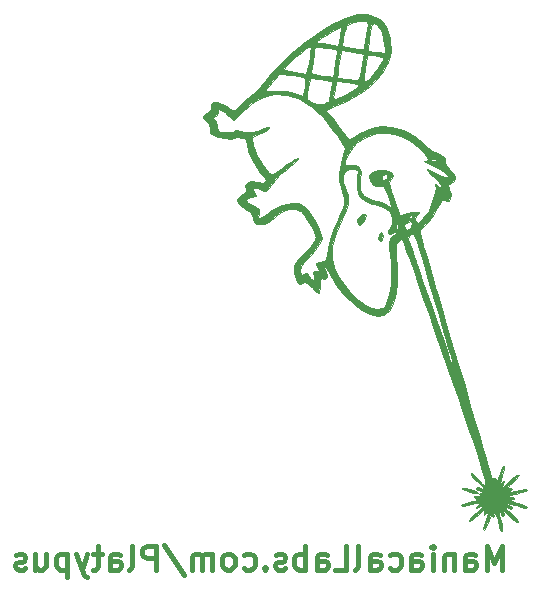
<source format=gbr>
G04 #@! TF.GenerationSoftware,KiCad,Pcbnew,5.1.2-1.fc30*
G04 #@! TF.CreationDate,2019-09-11T07:26:08-04:00*
G04 #@! TF.ProjectId,Platypus,506c6174-7970-4757-932e-6b696361645f,rev?*
G04 #@! TF.SameCoordinates,Original*
G04 #@! TF.FileFunction,Legend,Bot*
G04 #@! TF.FilePolarity,Positive*
%FSLAX46Y46*%
G04 Gerber Fmt 4.6, Leading zero omitted, Abs format (unit mm)*
G04 Created by KiCad (PCBNEW 5.1.2-1.fc30) date 2019-09-11 07:26:08*
%MOMM*%
%LPD*%
G04 APERTURE LIST*
%ADD10C,0.400000*%
%ADD11C,0.010000*%
G04 APERTURE END LIST*
D10*
X202943428Y-76596761D02*
X202943428Y-74596761D01*
X202276761Y-76025333D01*
X201610095Y-74596761D01*
X201610095Y-76596761D01*
X199800571Y-76596761D02*
X199800571Y-75549142D01*
X199895809Y-75358666D01*
X200086285Y-75263428D01*
X200467238Y-75263428D01*
X200657714Y-75358666D01*
X199800571Y-76501523D02*
X199991047Y-76596761D01*
X200467238Y-76596761D01*
X200657714Y-76501523D01*
X200752952Y-76311047D01*
X200752952Y-76120571D01*
X200657714Y-75930095D01*
X200467238Y-75834857D01*
X199991047Y-75834857D01*
X199800571Y-75739619D01*
X198848190Y-75263428D02*
X198848190Y-76596761D01*
X198848190Y-75453904D02*
X198752952Y-75358666D01*
X198562476Y-75263428D01*
X198276761Y-75263428D01*
X198086285Y-75358666D01*
X197991047Y-75549142D01*
X197991047Y-76596761D01*
X197038666Y-76596761D02*
X197038666Y-75263428D01*
X197038666Y-74596761D02*
X197133904Y-74692000D01*
X197038666Y-74787238D01*
X196943428Y-74692000D01*
X197038666Y-74596761D01*
X197038666Y-74787238D01*
X195229142Y-76596761D02*
X195229142Y-75549142D01*
X195324380Y-75358666D01*
X195514857Y-75263428D01*
X195895809Y-75263428D01*
X196086285Y-75358666D01*
X195229142Y-76501523D02*
X195419619Y-76596761D01*
X195895809Y-76596761D01*
X196086285Y-76501523D01*
X196181523Y-76311047D01*
X196181523Y-76120571D01*
X196086285Y-75930095D01*
X195895809Y-75834857D01*
X195419619Y-75834857D01*
X195229142Y-75739619D01*
X193419619Y-76501523D02*
X193610095Y-76596761D01*
X193991047Y-76596761D01*
X194181523Y-76501523D01*
X194276761Y-76406285D01*
X194372000Y-76215809D01*
X194372000Y-75644380D01*
X194276761Y-75453904D01*
X194181523Y-75358666D01*
X193991047Y-75263428D01*
X193610095Y-75263428D01*
X193419619Y-75358666D01*
X191705333Y-76596761D02*
X191705333Y-75549142D01*
X191800571Y-75358666D01*
X191991047Y-75263428D01*
X192372000Y-75263428D01*
X192562476Y-75358666D01*
X191705333Y-76501523D02*
X191895809Y-76596761D01*
X192372000Y-76596761D01*
X192562476Y-76501523D01*
X192657714Y-76311047D01*
X192657714Y-76120571D01*
X192562476Y-75930095D01*
X192372000Y-75834857D01*
X191895809Y-75834857D01*
X191705333Y-75739619D01*
X190467238Y-76596761D02*
X190657714Y-76501523D01*
X190752952Y-76311047D01*
X190752952Y-74596761D01*
X188752952Y-76596761D02*
X189705333Y-76596761D01*
X189705333Y-74596761D01*
X187229142Y-76596761D02*
X187229142Y-75549142D01*
X187324380Y-75358666D01*
X187514857Y-75263428D01*
X187895809Y-75263428D01*
X188086285Y-75358666D01*
X187229142Y-76501523D02*
X187419619Y-76596761D01*
X187895809Y-76596761D01*
X188086285Y-76501523D01*
X188181523Y-76311047D01*
X188181523Y-76120571D01*
X188086285Y-75930095D01*
X187895809Y-75834857D01*
X187419619Y-75834857D01*
X187229142Y-75739619D01*
X186276761Y-76596761D02*
X186276761Y-74596761D01*
X186276761Y-75358666D02*
X186086285Y-75263428D01*
X185705333Y-75263428D01*
X185514857Y-75358666D01*
X185419619Y-75453904D01*
X185324380Y-75644380D01*
X185324380Y-76215809D01*
X185419619Y-76406285D01*
X185514857Y-76501523D01*
X185705333Y-76596761D01*
X186086285Y-76596761D01*
X186276761Y-76501523D01*
X184562476Y-76501523D02*
X184372000Y-76596761D01*
X183991047Y-76596761D01*
X183800571Y-76501523D01*
X183705333Y-76311047D01*
X183705333Y-76215809D01*
X183800571Y-76025333D01*
X183991047Y-75930095D01*
X184276761Y-75930095D01*
X184467238Y-75834857D01*
X184562476Y-75644380D01*
X184562476Y-75549142D01*
X184467238Y-75358666D01*
X184276761Y-75263428D01*
X183991047Y-75263428D01*
X183800571Y-75358666D01*
X182848190Y-76406285D02*
X182752952Y-76501523D01*
X182848190Y-76596761D01*
X182943428Y-76501523D01*
X182848190Y-76406285D01*
X182848190Y-76596761D01*
X181038666Y-76501523D02*
X181229142Y-76596761D01*
X181610095Y-76596761D01*
X181800571Y-76501523D01*
X181895809Y-76406285D01*
X181991047Y-76215809D01*
X181991047Y-75644380D01*
X181895809Y-75453904D01*
X181800571Y-75358666D01*
X181610095Y-75263428D01*
X181229142Y-75263428D01*
X181038666Y-75358666D01*
X179895809Y-76596761D02*
X180086285Y-76501523D01*
X180181523Y-76406285D01*
X180276761Y-76215809D01*
X180276761Y-75644380D01*
X180181523Y-75453904D01*
X180086285Y-75358666D01*
X179895809Y-75263428D01*
X179610095Y-75263428D01*
X179419619Y-75358666D01*
X179324380Y-75453904D01*
X179229142Y-75644380D01*
X179229142Y-76215809D01*
X179324380Y-76406285D01*
X179419619Y-76501523D01*
X179610095Y-76596761D01*
X179895809Y-76596761D01*
X178372000Y-76596761D02*
X178372000Y-75263428D01*
X178372000Y-75453904D02*
X178276761Y-75358666D01*
X178086285Y-75263428D01*
X177800571Y-75263428D01*
X177610095Y-75358666D01*
X177514857Y-75549142D01*
X177514857Y-76596761D01*
X177514857Y-75549142D02*
X177419619Y-75358666D01*
X177229142Y-75263428D01*
X176943428Y-75263428D01*
X176752952Y-75358666D01*
X176657714Y-75549142D01*
X176657714Y-76596761D01*
X174276761Y-74501523D02*
X175991047Y-77072952D01*
X173610095Y-76596761D02*
X173610095Y-74596761D01*
X172848190Y-74596761D01*
X172657714Y-74692000D01*
X172562476Y-74787238D01*
X172467238Y-74977714D01*
X172467238Y-75263428D01*
X172562476Y-75453904D01*
X172657714Y-75549142D01*
X172848190Y-75644380D01*
X173610095Y-75644380D01*
X171324380Y-76596761D02*
X171514857Y-76501523D01*
X171610095Y-76311047D01*
X171610095Y-74596761D01*
X169705333Y-76596761D02*
X169705333Y-75549142D01*
X169800571Y-75358666D01*
X169991047Y-75263428D01*
X170372000Y-75263428D01*
X170562476Y-75358666D01*
X169705333Y-76501523D02*
X169895809Y-76596761D01*
X170372000Y-76596761D01*
X170562476Y-76501523D01*
X170657714Y-76311047D01*
X170657714Y-76120571D01*
X170562476Y-75930095D01*
X170372000Y-75834857D01*
X169895809Y-75834857D01*
X169705333Y-75739619D01*
X169038666Y-75263428D02*
X168276761Y-75263428D01*
X168752952Y-74596761D02*
X168752952Y-76311047D01*
X168657714Y-76501523D01*
X168467238Y-76596761D01*
X168276761Y-76596761D01*
X167800571Y-75263428D02*
X167324380Y-76596761D01*
X166848190Y-75263428D02*
X167324380Y-76596761D01*
X167514857Y-77072952D01*
X167610095Y-77168190D01*
X167800571Y-77263428D01*
X166086285Y-75263428D02*
X166086285Y-77263428D01*
X166086285Y-75358666D02*
X165895809Y-75263428D01*
X165514857Y-75263428D01*
X165324380Y-75358666D01*
X165229142Y-75453904D01*
X165133904Y-75644380D01*
X165133904Y-76215809D01*
X165229142Y-76406285D01*
X165324380Y-76501523D01*
X165514857Y-76596761D01*
X165895809Y-76596761D01*
X166086285Y-76501523D01*
X163419619Y-75263428D02*
X163419619Y-76596761D01*
X164276761Y-75263428D02*
X164276761Y-76311047D01*
X164181523Y-76501523D01*
X163991047Y-76596761D01*
X163705333Y-76596761D01*
X163514857Y-76501523D01*
X163419619Y-76406285D01*
X162562476Y-76501523D02*
X162372000Y-76596761D01*
X161991047Y-76596761D01*
X161800571Y-76501523D01*
X161705333Y-76311047D01*
X161705333Y-76215809D01*
X161800571Y-76025333D01*
X161991047Y-75930095D01*
X162276761Y-75930095D01*
X162467238Y-75834857D01*
X162562476Y-75644380D01*
X162562476Y-75549142D01*
X162467238Y-75358666D01*
X162276761Y-75263428D01*
X161991047Y-75263428D01*
X161800571Y-75358666D01*
D11*
G36*
X192695694Y-48037320D02*
G01*
X192563658Y-48119618D01*
X192472284Y-48354929D01*
X192461313Y-48614045D01*
X192491522Y-48701147D01*
X192648342Y-48814365D01*
X192706622Y-48801420D01*
X192792283Y-48628775D01*
X192809137Y-48347807D01*
X192759276Y-48104793D01*
X192695694Y-48037320D01*
X192695694Y-48037320D01*
G37*
X192695694Y-48037320D02*
X192563658Y-48119618D01*
X192472284Y-48354929D01*
X192461313Y-48614045D01*
X192491522Y-48701147D01*
X192648342Y-48814365D01*
X192706622Y-48801420D01*
X192792283Y-48628775D01*
X192809137Y-48347807D01*
X192759276Y-48104793D01*
X192695694Y-48037320D01*
G36*
X191320201Y-46491768D02*
G01*
X191191689Y-46498273D01*
X190921803Y-46641774D01*
X190765936Y-46819180D01*
X190673302Y-47101072D01*
X190723652Y-47322467D01*
X190883642Y-47393355D01*
X190966918Y-47361722D01*
X191136227Y-47167302D01*
X191289321Y-46861805D01*
X191374806Y-46584585D01*
X191320201Y-46491768D01*
X191320201Y-46491768D01*
G37*
X191320201Y-46491768D02*
X191191689Y-46498273D01*
X190921803Y-46641774D01*
X190765936Y-46819180D01*
X190673302Y-47101072D01*
X190723652Y-47322467D01*
X190883642Y-47393355D01*
X190966918Y-47361722D01*
X191136227Y-47167302D01*
X191289321Y-46861805D01*
X191374806Y-46584585D01*
X191320201Y-46491768D01*
G36*
X200778848Y-69986253D02*
G01*
X200477443Y-69850507D01*
X200211497Y-69767796D01*
X199732894Y-69662365D01*
X199514226Y-69660062D01*
X199560050Y-69743886D01*
X199874918Y-69896841D01*
X200149517Y-69999109D01*
X200544302Y-70109617D01*
X200812587Y-70134290D01*
X200880400Y-70098582D01*
X200778848Y-69986253D01*
X200778848Y-69986253D01*
G37*
X200778848Y-69986253D02*
X200477443Y-69850507D01*
X200211497Y-69767796D01*
X199732894Y-69662365D01*
X199514226Y-69660062D01*
X199560050Y-69743886D01*
X199874918Y-69896841D01*
X200149517Y-69999109D01*
X200544302Y-70109617D01*
X200812587Y-70134290D01*
X200880400Y-70098582D01*
X200778848Y-69986253D01*
G36*
X192567153Y-30005678D02*
G01*
X191897862Y-29684354D01*
X191855852Y-29672716D01*
X191300155Y-29572445D01*
X190739445Y-29585220D01*
X190127654Y-29724407D01*
X189418719Y-30003366D01*
X188566575Y-30435461D01*
X187875101Y-30827493D01*
X186218786Y-31905892D01*
X184767780Y-33100515D01*
X183450386Y-34473572D01*
X182897812Y-35146175D01*
X182491664Y-35636473D01*
X182105819Y-36057441D01*
X181799965Y-36345737D01*
X181698916Y-36418498D01*
X181384287Y-36648369D01*
X181005800Y-36988884D01*
X180841490Y-37156180D01*
X180501719Y-37513633D01*
X180282163Y-37690093D01*
X180105019Y-37705657D01*
X179892485Y-37580424D01*
X179716548Y-37446776D01*
X179223890Y-37137101D01*
X178788945Y-36981075D01*
X178456621Y-36979557D01*
X178271829Y-37133406D01*
X178272412Y-37419144D01*
X178261695Y-37656947D01*
X178045918Y-37870249D01*
X177910446Y-37954007D01*
X177614445Y-38160983D01*
X177569097Y-38339808D01*
X177774519Y-38557024D01*
X177911666Y-38658708D01*
X178140082Y-38896406D01*
X178196426Y-39227797D01*
X178193324Y-39306170D01*
X178193682Y-39557084D01*
X178273683Y-39712934D01*
X178497719Y-39834180D01*
X178902987Y-39972497D01*
X179461704Y-40093724D01*
X179978860Y-40106845D01*
X180135612Y-40080028D01*
X180568827Y-40010581D01*
X180944634Y-40017630D01*
X180964698Y-40021549D01*
X181187607Y-40095052D01*
X181286563Y-40250210D01*
X181323734Y-40586292D01*
X181324285Y-40595725D01*
X181438851Y-41130808D01*
X181698325Y-41773565D01*
X182054513Y-42425855D01*
X182459217Y-42989534D01*
X182550355Y-43092315D01*
X182848230Y-43475027D01*
X182900556Y-43718666D01*
X182707044Y-43823797D01*
X182267406Y-43790980D01*
X182197371Y-43777656D01*
X181641444Y-43727790D01*
X181297830Y-43836518D01*
X181179011Y-44097517D01*
X181206730Y-44279422D01*
X181207148Y-44608526D01*
X181024168Y-44792176D01*
X180643644Y-45072540D01*
X180522544Y-45343703D01*
X180664635Y-45632353D01*
X181073689Y-45965174D01*
X181201539Y-46048017D01*
X181553245Y-46304675D01*
X181731966Y-46561898D01*
X181807367Y-46838829D01*
X181899917Y-47167149D01*
X182067257Y-47314934D01*
X182281534Y-47365792D01*
X182746118Y-47316693D01*
X183281979Y-47064778D01*
X183812825Y-46647795D01*
X183891116Y-46569402D01*
X184344477Y-46247817D01*
X184883130Y-46078284D01*
X185412963Y-46075053D01*
X185839862Y-46252378D01*
X185862272Y-46270896D01*
X186126183Y-46564649D01*
X186439306Y-47005063D01*
X186747039Y-47503057D01*
X186994786Y-47969545D01*
X187127947Y-48315446D01*
X187133763Y-48345437D01*
X187061583Y-48710362D01*
X186763257Y-49182553D01*
X186259434Y-49732367D01*
X186002538Y-49969560D01*
X185536474Y-50460349D01*
X185315494Y-50928158D01*
X185319837Y-51447512D01*
X185475307Y-51958039D01*
X185623062Y-52305049D01*
X185743779Y-52435884D01*
X185903550Y-52400783D01*
X185993078Y-52351603D01*
X186200064Y-52277490D01*
X186407213Y-52346153D01*
X186691963Y-52591023D01*
X186800489Y-52700150D01*
X187104319Y-52984884D01*
X187330343Y-53149783D01*
X187401537Y-53167841D01*
X187455805Y-53006770D01*
X187471001Y-52777339D01*
X187007969Y-51975345D01*
X186894346Y-52039700D01*
X186701562Y-51896460D01*
X186565263Y-51701009D01*
X186395541Y-51474963D01*
X186240913Y-51485752D01*
X186156854Y-51558071D01*
X185985958Y-51694233D01*
X185894318Y-51634563D01*
X185842125Y-51340181D01*
X185832063Y-51240904D01*
X185882732Y-50903257D01*
X186138765Y-50581778D01*
X186251128Y-50485077D01*
X186700823Y-50056622D01*
X187123811Y-49550265D01*
X187457837Y-49049539D01*
X187640641Y-48637973D01*
X187646563Y-48612829D01*
X187619773Y-48254660D01*
X187451977Y-47752982D01*
X187180810Y-47182774D01*
X186843907Y-46619013D01*
X186478904Y-46136679D01*
X186320438Y-45970841D01*
X185972807Y-45688110D01*
X185634524Y-45565533D01*
X185168869Y-45556159D01*
X185121109Y-45558949D01*
X184697139Y-45603192D01*
X184332266Y-45699282D01*
X183951967Y-45880776D01*
X183481721Y-46181235D01*
X183032597Y-46499474D01*
X182593976Y-46781859D01*
X182341168Y-46857352D01*
X182267866Y-46725798D01*
X182330166Y-46482274D01*
X182385353Y-46253951D01*
X182313165Y-46083537D01*
X182065015Y-45910564D01*
X181737110Y-45744189D01*
X181346103Y-45499620D01*
X181211848Y-45284453D01*
X181336816Y-45123168D01*
X181666498Y-45044922D01*
X182019651Y-44998170D01*
X182132108Y-44928209D01*
X182045135Y-44799615D01*
X182000986Y-44757768D01*
X181840023Y-44492581D01*
X181819267Y-44360126D01*
X181886441Y-44229382D01*
X182110780Y-44256378D01*
X182266691Y-44313659D01*
X182598543Y-44460141D01*
X182804269Y-44575626D01*
X182809865Y-44580268D01*
X182938112Y-44524584D01*
X183161633Y-44286311D01*
X183360966Y-44018207D01*
X183686253Y-43621664D01*
X184157912Y-43142711D01*
X184693159Y-42663668D01*
X184861928Y-42525726D01*
X185366956Y-42107939D01*
X185640825Y-41842722D01*
X185687264Y-41726196D01*
X185635738Y-41721138D01*
X185397011Y-41821454D01*
X185014245Y-42056307D01*
X184560459Y-42379861D01*
X184446170Y-42467907D01*
X183918975Y-42856182D01*
X183542007Y-43081478D01*
X183353557Y-43130643D01*
X183191283Y-42995959D01*
X182930955Y-42685297D01*
X182624640Y-42261661D01*
X182577483Y-42191573D01*
X182201433Y-41574302D01*
X181978819Y-41060439D01*
X181877860Y-40635291D01*
X181771162Y-39969003D01*
X182539068Y-39626579D01*
X183003321Y-39396850D01*
X183216109Y-39230439D01*
X183226367Y-39144540D01*
X183064264Y-39110474D01*
X182777522Y-39214754D01*
X182747042Y-39231546D01*
X182250613Y-39420710D01*
X181657366Y-39518090D01*
X181091167Y-39512049D01*
X180731976Y-39420845D01*
X180452499Y-39351922D01*
X180303274Y-39412971D01*
X180107403Y-39527958D01*
X179747980Y-39584573D01*
X179339278Y-39574077D01*
X179047015Y-39509073D01*
X178848411Y-39379009D01*
X178796904Y-39126241D01*
X178800582Y-39020134D01*
X178738983Y-38644445D01*
X178587494Y-38490582D01*
X178455493Y-38363879D01*
X178564932Y-38231596D01*
X178663979Y-38170720D01*
X178878046Y-37963543D01*
X178869733Y-37807516D01*
X178803753Y-37605682D01*
X178916121Y-37573922D01*
X179168921Y-37700983D01*
X179524241Y-37975608D01*
X179568691Y-38015001D01*
X179897238Y-38304953D01*
X180131648Y-38502667D01*
X180204111Y-38555728D01*
X180319739Y-38470461D01*
X180571808Y-38227146D01*
X180907422Y-37877025D01*
X180932475Y-37850059D01*
X181714474Y-37118723D01*
X182485488Y-36639377D01*
X183290544Y-36387401D01*
X183693324Y-36340525D01*
X184750858Y-36415367D01*
X185783823Y-36770436D01*
X186448503Y-37189151D01*
X186052385Y-36503055D01*
X185295023Y-36247517D01*
X184687767Y-36106542D01*
X184019671Y-36042945D01*
X183743746Y-36047807D01*
X183304438Y-36067726D01*
X182997814Y-36060948D01*
X182906235Y-36039089D01*
X182967096Y-35907033D01*
X183168959Y-35626303D01*
X183437286Y-35294806D01*
X184011933Y-34615068D01*
X185177813Y-34760831D01*
X185751751Y-34830170D01*
X186097246Y-34903142D01*
X186257843Y-35040744D01*
X186277088Y-35303972D01*
X186198528Y-35753820D01*
X186130793Y-36095680D01*
X186052385Y-36503055D01*
X186448503Y-37189151D01*
X186790624Y-37404671D01*
X187769665Y-38317015D01*
X188719351Y-39506408D01*
X188933145Y-39818574D01*
X189639102Y-40877459D01*
X189388925Y-41863481D01*
X189213552Y-42625820D01*
X189133933Y-43212360D01*
X189149900Y-43712722D01*
X189261284Y-44216529D01*
X189383806Y-44585616D01*
X189494267Y-44894252D01*
X189563702Y-45143024D01*
X189581094Y-45379974D01*
X189535426Y-45653148D01*
X189415682Y-46010595D01*
X189210844Y-46500357D01*
X188909896Y-47170480D01*
X188670237Y-47697546D01*
X188427683Y-48338508D01*
X188251781Y-49007284D01*
X188184740Y-49485053D01*
X188138846Y-49994443D01*
X188033968Y-50292377D01*
X187820840Y-50449457D01*
X187451256Y-50536110D01*
X187199997Y-50599005D01*
X187162301Y-50727549D01*
X187293008Y-50985946D01*
X187417868Y-51246366D01*
X187370039Y-51325645D01*
X187285725Y-51311999D01*
X187015473Y-51289290D01*
X186936861Y-51446438D01*
X186986720Y-51703118D01*
X187007969Y-51975345D01*
X187471001Y-52777339D01*
X187478055Y-52670824D01*
X187476604Y-52554207D01*
X187479647Y-52151052D01*
X187545558Y-51968865D01*
X187712118Y-51947509D01*
X187839291Y-51976829D01*
X188039725Y-51936273D01*
X188094705Y-51712519D01*
X187994994Y-51369542D01*
X187941758Y-51267268D01*
X187859184Y-51028614D01*
X187890768Y-50930089D01*
X187999765Y-51015462D01*
X188185478Y-51297807D01*
X188408494Y-51716878D01*
X188417300Y-51734947D01*
X188867235Y-52480607D01*
X189479889Y-53250770D01*
X190177073Y-53960625D01*
X190880596Y-54525361D01*
X191139842Y-54687982D01*
X191768639Y-54964381D01*
X192372382Y-55086069D01*
X192871328Y-55040643D01*
X193012855Y-54979318D01*
X193087943Y-54906913D01*
X192818301Y-54439879D01*
X192369724Y-54545415D01*
X191833976Y-54430336D01*
X191245408Y-54128750D01*
X190638368Y-53674760D01*
X190047207Y-53102472D01*
X189506275Y-52445992D01*
X189049923Y-51739427D01*
X188712500Y-51016879D01*
X188528356Y-50312456D01*
X188511892Y-50164130D01*
X188559337Y-49218405D01*
X188843440Y-48128894D01*
X189365119Y-46892121D01*
X189385882Y-46849798D01*
X189694959Y-46184232D01*
X189867312Y-45681998D01*
X189913100Y-45265443D01*
X189842487Y-44856915D01*
X189698820Y-44458667D01*
X189472125Y-43742470D01*
X189439973Y-43193280D01*
X189597522Y-42825333D01*
X189939931Y-42652866D01*
X190310621Y-42659641D01*
X190713033Y-42723369D01*
X190604866Y-43561357D01*
X190611963Y-44336667D01*
X190845601Y-44953648D01*
X191295329Y-45397434D01*
X191950698Y-45653160D01*
X192093327Y-45678621D01*
X192807303Y-45889999D01*
X193331479Y-46268998D01*
X193503908Y-46503539D01*
X193637198Y-46924348D01*
X193612962Y-47360805D01*
X193445215Y-47700089D01*
X193345243Y-47780947D01*
X193239704Y-47972309D01*
X193267768Y-48070089D01*
X193455840Y-48160553D01*
X193618013Y-48112287D01*
X193848050Y-48052252D01*
X193937735Y-48101617D01*
X193888046Y-48232386D01*
X193750314Y-48289780D01*
X193513847Y-48477791D01*
X193386732Y-48886382D01*
X193378272Y-49472239D01*
X193421722Y-49819794D01*
X193523093Y-50710372D01*
X193544866Y-51613088D01*
X193493856Y-52475745D01*
X193376881Y-53246149D01*
X193200757Y-53872108D01*
X192972301Y-54301425D01*
X192818301Y-54439879D01*
X193087943Y-54906913D01*
X193408249Y-54598053D01*
X193717696Y-53981822D01*
X193934624Y-53166490D01*
X194052463Y-52187920D01*
X194064642Y-51081977D01*
X193964593Y-49884525D01*
X193956946Y-49826046D01*
X193919082Y-49340307D01*
X193948340Y-49019539D01*
X194016979Y-48923214D01*
X194206395Y-48780042D01*
X194250381Y-48682230D01*
X194344251Y-48506809D01*
X194390926Y-48491613D01*
X194456053Y-48626809D01*
X194603110Y-49004293D01*
X194823452Y-49599057D01*
X195108440Y-50386095D01*
X195449426Y-51340402D01*
X195837771Y-52436968D01*
X196264831Y-53650791D01*
X196721964Y-54956859D01*
X197200525Y-56330171D01*
X197691871Y-57745717D01*
X198187363Y-59178490D01*
X198678353Y-60603486D01*
X199156201Y-61995697D01*
X199612263Y-63330116D01*
X200037898Y-64581737D01*
X200424460Y-65725555D01*
X200763309Y-66736560D01*
X201045800Y-67589749D01*
X201263291Y-68260113D01*
X201407139Y-68722645D01*
X201468701Y-68952341D01*
X201469654Y-68972504D01*
X201443444Y-69223145D01*
X201480587Y-69398988D01*
X201447122Y-69449330D01*
X201265767Y-69310148D01*
X200970580Y-69007657D01*
X200966581Y-69003249D01*
X200639427Y-68668268D01*
X200380349Y-68450291D01*
X200252828Y-68396953D01*
X200259308Y-68535449D01*
X200489270Y-68832413D01*
X200945198Y-69290946D01*
X201039305Y-69379533D01*
X201271847Y-69628614D01*
X201371251Y-69799209D01*
X201370490Y-69811631D01*
X201264312Y-69809981D01*
X201117309Y-69702476D01*
X200890844Y-69563471D01*
X200776414Y-69561131D01*
X200715010Y-69700574D01*
X200840888Y-69833843D01*
X200961038Y-69861891D01*
X201172147Y-69955857D01*
X201197405Y-69989068D01*
X201160364Y-70098795D01*
X201102149Y-70106302D01*
X201000314Y-70188867D01*
X201019696Y-70245712D01*
X201016152Y-70350317D01*
X200827544Y-70343047D01*
X200587810Y-70358233D01*
X200518315Y-70421844D01*
X200611306Y-70535515D01*
X200830950Y-70603747D01*
X201071926Y-70648591D01*
X201049695Y-70682823D01*
X200885184Y-70718286D01*
X200126905Y-70882930D01*
X199645493Y-71018110D01*
X199437260Y-71124960D01*
X199431480Y-71163729D01*
X199589897Y-71190112D01*
X199938830Y-71150406D01*
X200315973Y-71072937D01*
X200757944Y-70974027D01*
X200967789Y-70954906D01*
X200985437Y-71020312D01*
X200884468Y-71140379D01*
X200713414Y-71326502D01*
X200748209Y-71340703D01*
X200919359Y-71254711D01*
X201149109Y-71176643D01*
X201193986Y-71256106D01*
X201069412Y-71451808D01*
X200790808Y-71722453D01*
X200724372Y-71776835D01*
X200400436Y-72068513D01*
X200174411Y-72331469D01*
X200139859Y-72390677D01*
X200160767Y-72460349D01*
X200339289Y-72372885D01*
X200625955Y-72162891D01*
X200971291Y-71864971D01*
X201184478Y-71660011D01*
X201367732Y-71495942D01*
X201411275Y-71557073D01*
X201388338Y-71728670D01*
X201366898Y-71946531D01*
X201447864Y-71926369D01*
X201584348Y-71785948D01*
X201700882Y-71694765D01*
X201716383Y-71798756D01*
X201629215Y-72124730D01*
X201548579Y-72373468D01*
X201391983Y-72906399D01*
X201349929Y-73188893D01*
X201406006Y-73220518D01*
X201543808Y-73000838D01*
X201746927Y-72529421D01*
X201803053Y-72380188D01*
X201957982Y-71981412D01*
X202060624Y-71762756D01*
X202091683Y-71764343D01*
X202089079Y-71785375D01*
X202100398Y-72043130D01*
X202167976Y-72130781D01*
X202278648Y-72038009D01*
X202338023Y-71824991D01*
X202377643Y-71712721D01*
X202440971Y-71846052D01*
X202534503Y-72240520D01*
X202556437Y-72347322D01*
X202692339Y-72957376D01*
X202798683Y-73292132D01*
X202877875Y-73356700D01*
X202932318Y-73156188D01*
X202933322Y-73148309D01*
X202911263Y-72803283D01*
X202804486Y-72373177D01*
X202778894Y-72300556D01*
X202683930Y-71953576D01*
X202686470Y-71731625D01*
X202708400Y-71704519D01*
X202832503Y-71751975D01*
X202868430Y-71856538D01*
X202952831Y-72017892D01*
X203013792Y-72017025D01*
X203056760Y-71853875D01*
X203010110Y-71652534D01*
X203016949Y-71559153D01*
X203187493Y-71685780D01*
X203455854Y-71962635D01*
X203782050Y-72292955D01*
X204048726Y-72516757D01*
X204169807Y-72578432D01*
X204266110Y-72559085D01*
X204242939Y-72466745D01*
X204073765Y-72263198D01*
X203732055Y-71910235D01*
X203645269Y-71822960D01*
X203353308Y-71511803D01*
X203161763Y-71274927D01*
X203092447Y-71149101D01*
X203167172Y-71171090D01*
X203348476Y-71322692D01*
X203574941Y-71461698D01*
X203689371Y-71464038D01*
X203750774Y-71324594D01*
X203624896Y-71191325D01*
X203504747Y-71163278D01*
X203287960Y-71051164D01*
X203259599Y-71010050D01*
X203338912Y-70976248D01*
X203622630Y-71028302D01*
X204050192Y-71154904D01*
X204068829Y-71161156D01*
X204521841Y-71291978D01*
X204855125Y-71347112D01*
X204996474Y-71314663D01*
X204892874Y-71204305D01*
X204583892Y-71058903D01*
X204168758Y-70919871D01*
X203752026Y-70785551D01*
X203575385Y-70693674D01*
X203656488Y-70653461D01*
X203658434Y-70653362D01*
X203900345Y-70603182D01*
X203949418Y-70522360D01*
X203773430Y-70443995D01*
X203638642Y-70447807D01*
X203410164Y-70462936D01*
X203407576Y-70412078D01*
X203589466Y-70319780D01*
X203914415Y-70210589D01*
X204136229Y-70152903D01*
X204561713Y-70044930D01*
X204871682Y-69952101D01*
X204956823Y-69917569D01*
X205024991Y-69833030D01*
X204861625Y-69808386D01*
X204510854Y-69843037D01*
X204045748Y-69929994D01*
X203658549Y-69998679D01*
X203508460Y-69986368D01*
X203570187Y-69919413D01*
X203728631Y-69758045D01*
X203696979Y-69664635D01*
X203509820Y-69678695D01*
X203475345Y-69720742D01*
X203361973Y-69770722D01*
X203333657Y-69738054D01*
X203389910Y-69585335D01*
X203612263Y-69341011D01*
X203735090Y-69233912D01*
X204075746Y-68928883D01*
X204280014Y-68698598D01*
X204333865Y-68575728D01*
X204223264Y-68592943D01*
X203934180Y-68782911D01*
X203926239Y-68788879D01*
X203546583Y-69087883D01*
X203223627Y-69363676D01*
X203154765Y-69428203D01*
X202970880Y-69596300D01*
X202949204Y-69543271D01*
X203020409Y-69336603D01*
X203099253Y-69097300D01*
X203044596Y-69099819D01*
X202890074Y-69251967D01*
X202769994Y-69342237D01*
X202744022Y-69252422D01*
X202813581Y-68951190D01*
X202919821Y-68597934D01*
X203060245Y-68084131D01*
X203092728Y-67818542D01*
X203033939Y-67796165D01*
X202900552Y-68011994D01*
X202709240Y-68461026D01*
X202626905Y-68685855D01*
X202483734Y-69077803D01*
X202394739Y-69294222D01*
X202378398Y-69290365D01*
X202379535Y-69284910D01*
X202384968Y-69017470D01*
X202311460Y-68827483D01*
X202202742Y-68798570D01*
X202155770Y-68857018D01*
X202064290Y-68898008D01*
X202006931Y-68748891D01*
X201976781Y-68632659D01*
X201913979Y-68407697D01*
X201813748Y-68057707D01*
X201671312Y-67566386D01*
X201481895Y-66917435D01*
X201240717Y-66094555D01*
X200943004Y-65081446D01*
X200583979Y-63861805D01*
X200158863Y-62419336D01*
X199857694Y-61398236D01*
X198737155Y-59457405D01*
X198681219Y-59323255D01*
X198671390Y-59289122D01*
X198606049Y-59087476D01*
X198460460Y-58655659D01*
X198247084Y-58030063D01*
X197978384Y-57247075D01*
X197666821Y-56343085D01*
X197324856Y-55354483D01*
X197250441Y-55139804D01*
X196881404Y-54077088D01*
X196519117Y-53036622D01*
X196180556Y-52066949D01*
X195882696Y-51216610D01*
X195642513Y-50534153D01*
X195631314Y-50502624D01*
X194052707Y-47768396D01*
X193899532Y-47730914D01*
X193906522Y-47570770D01*
X193951265Y-47441699D01*
X194032199Y-47299362D01*
X194102735Y-47422730D01*
X194120700Y-47485034D01*
X194126094Y-47710322D01*
X194052707Y-47768396D01*
X195631314Y-50502624D01*
X195476982Y-50068119D01*
X195472612Y-50055943D01*
X195271482Y-49487552D01*
X195104208Y-48999639D01*
X194996564Y-48668032D01*
X194974862Y-48591703D01*
X195013671Y-48355587D01*
X195185653Y-48190567D01*
X195279756Y-48178218D01*
X195047438Y-47775831D01*
X194795115Y-47803484D01*
X194666215Y-47670048D01*
X194620193Y-47459162D01*
X194795749Y-47273193D01*
X194896021Y-47211487D01*
X195154980Y-47085904D01*
X195257452Y-47141696D01*
X195277244Y-47317271D01*
X195188683Y-47629457D01*
X195047438Y-47775831D01*
X195279756Y-48178218D01*
X195389548Y-48163809D01*
X195489912Y-48250066D01*
X195557065Y-48430761D01*
X195690870Y-48843544D01*
X195879329Y-49449463D01*
X196110446Y-50209564D01*
X196372225Y-51084894D01*
X196586992Y-51812399D01*
X196902600Y-52884227D01*
X197231371Y-53995089D01*
X197552445Y-55074905D01*
X197844963Y-56053595D01*
X198088067Y-56861081D01*
X198170917Y-57133953D01*
X198382984Y-57847758D01*
X198560512Y-58479466D01*
X198688539Y-58973174D01*
X198752104Y-59272980D01*
X198756360Y-59321534D01*
X198737155Y-59457405D01*
X199857694Y-61398236D01*
X199662882Y-60737736D01*
X199132750Y-58941284D01*
X198871733Y-58056507D01*
X198553431Y-56976859D01*
X198200203Y-55778221D01*
X197834409Y-54536475D01*
X197478408Y-53327501D01*
X197286329Y-52674967D01*
X196990640Y-51671323D01*
X196712782Y-50730142D01*
X196465184Y-49893383D01*
X196260278Y-49202998D01*
X196110494Y-48700942D01*
X196029855Y-48434302D01*
X195941762Y-48065982D01*
X195955382Y-48005887D01*
X195257505Y-46797128D01*
X195166953Y-46819428D01*
X194971735Y-46770962D01*
X195047952Y-46645610D01*
X195193319Y-46551019D01*
X195387899Y-46478598D01*
X195405871Y-46605852D01*
X195404691Y-46610315D01*
X195257505Y-46797128D01*
X195955382Y-48005887D01*
X195997065Y-47821976D01*
X196235450Y-47573448D01*
X196257523Y-47554885D01*
X196012591Y-47130652D01*
X195827441Y-47234621D01*
X195673720Y-47185766D01*
X195619496Y-47137224D01*
X195520447Y-46922693D01*
X195669046Y-46693589D01*
X195837473Y-46472458D01*
X195857678Y-46347055D01*
X195681845Y-46289676D01*
X195338467Y-46314346D01*
X194925658Y-46407855D01*
X194638775Y-46511154D01*
X194305182Y-46656432D01*
X193787372Y-45199885D01*
X193562297Y-44550870D01*
X193433873Y-44124459D01*
X193090021Y-43528890D01*
X192846858Y-43567399D01*
X192739777Y-43486693D01*
X192755469Y-43278585D01*
X192878355Y-43162273D01*
X193121519Y-43123764D01*
X193228601Y-43204470D01*
X193212908Y-43412578D01*
X193090021Y-43528890D01*
X193433873Y-44124459D01*
X193430016Y-44111652D01*
X193381843Y-43828680D01*
X193409094Y-43648402D01*
X193503086Y-43517267D01*
X193512935Y-43507579D01*
X193670507Y-43234647D01*
X193590068Y-42998758D01*
X193315678Y-42827825D01*
X192891402Y-42749760D01*
X192378722Y-42789094D01*
X191916537Y-42969537D01*
X191689078Y-43270994D01*
X191715021Y-43661174D01*
X191787113Y-43812188D01*
X192003700Y-44073628D01*
X192297103Y-44130557D01*
X192448940Y-44111837D01*
X192684042Y-44077524D01*
X192843507Y-44100931D01*
X192967206Y-44230654D01*
X193095012Y-44515286D01*
X193266797Y-45003422D01*
X193328361Y-45183636D01*
X193630889Y-46068089D01*
X193179003Y-45730631D01*
X192764644Y-45499366D01*
X192339188Y-45373365D01*
X192284693Y-45368175D01*
X191719128Y-45232241D01*
X191222322Y-44931916D01*
X190969903Y-44643216D01*
X190900864Y-44364440D01*
X190888410Y-43920207D01*
X190918251Y-43554709D01*
X190941856Y-42923756D01*
X190811878Y-42519688D01*
X190517530Y-42325959D01*
X190111067Y-42316710D01*
X189748212Y-42336997D01*
X189605274Y-42231715D01*
X189636683Y-41944391D01*
X189682042Y-41785023D01*
X190016195Y-41120650D01*
X190566922Y-40515433D01*
X191268638Y-40022636D01*
X192055757Y-39695522D01*
X192334439Y-39630913D01*
X193226340Y-39602396D01*
X194152852Y-39809358D01*
X195047938Y-40223611D01*
X195845557Y-40816974D01*
X196315231Y-41329902D01*
X196575087Y-41680024D01*
X196673571Y-41868579D01*
X196627234Y-41953068D01*
X196503316Y-41983386D01*
X196344120Y-42023131D01*
X196411529Y-42078930D01*
X196650261Y-42156838D01*
X197023351Y-42319474D01*
X197472216Y-42581961D01*
X197751507Y-42776209D01*
X197297041Y-41989051D01*
X197095273Y-42023694D01*
X196831119Y-41989899D01*
X196816879Y-41903245D01*
X197052640Y-41824963D01*
X197295135Y-41846988D01*
X197363416Y-41899516D01*
X197297041Y-41989051D01*
X197751507Y-42776209D01*
X197903024Y-42881589D01*
X198221944Y-43155647D01*
X198312870Y-43267994D01*
X198300605Y-43376998D01*
X198100540Y-43372998D01*
X197775222Y-43273284D01*
X197387198Y-43095143D01*
X197119684Y-42938190D01*
X196760409Y-42731581D01*
X196608711Y-42704704D01*
X196664555Y-42846120D01*
X196927901Y-43144397D01*
X197121025Y-43333325D01*
X197474977Y-43697061D01*
X197758696Y-44038264D01*
X197857115Y-44187209D01*
X197947063Y-44375933D01*
X197895238Y-44385608D01*
X197667649Y-44214340D01*
X197617381Y-44173839D01*
X197374199Y-43996377D01*
X197269597Y-43959358D01*
X197274685Y-43982137D01*
X197299339Y-44256883D01*
X197232050Y-44702896D01*
X197096385Y-45233945D01*
X196915916Y-45763798D01*
X196714210Y-46206222D01*
X196628789Y-46345284D01*
X196267073Y-46844120D01*
X196012591Y-47130652D01*
X196257523Y-47554885D01*
X196315836Y-47505842D01*
X196992331Y-46766799D01*
X197534590Y-45782551D01*
X197556890Y-45730030D01*
X197712916Y-45404152D01*
X197848979Y-45286761D01*
X198031130Y-45317436D01*
X198292742Y-45372292D01*
X198390274Y-45357021D01*
X198540130Y-45128387D01*
X198569474Y-44764665D01*
X198471950Y-44388874D01*
X198443146Y-44334105D01*
X198324542Y-44071153D01*
X198400459Y-43939423D01*
X198560363Y-43881190D01*
X198879537Y-43693888D01*
X198947329Y-43397759D01*
X198764464Y-43010832D01*
X198513704Y-42721351D01*
X198188882Y-42346762D01*
X198088087Y-42090456D01*
X198094185Y-42047412D01*
X198060993Y-41708022D01*
X197791398Y-41459763D01*
X197462446Y-41361344D01*
X197001237Y-41171175D01*
X196503020Y-40722119D01*
X195615541Y-39931717D01*
X194607777Y-39389242D01*
X193504382Y-39105640D01*
X192770860Y-39064825D01*
X192286682Y-39091684D01*
X191890840Y-39173992D01*
X191476667Y-39345437D01*
X190937498Y-39639702D01*
X190921707Y-39648801D01*
X189936557Y-40216900D01*
X189123778Y-39131499D01*
X188746882Y-38639812D01*
X188411249Y-38222784D01*
X188166563Y-37941219D01*
X188091741Y-37868507D01*
X187978687Y-37745207D01*
X188044562Y-37647094D01*
X188331352Y-37523753D01*
X188399785Y-37498584D01*
X188530848Y-37442543D01*
X188264889Y-36981888D01*
X188137639Y-37039920D01*
X187832265Y-37132600D01*
X187734300Y-37158744D01*
X187245718Y-37181760D01*
X186773278Y-37039057D01*
X186434692Y-36769551D01*
X186401237Y-36718021D01*
X186389094Y-36522880D01*
X186430254Y-36144449D01*
X186492818Y-35784883D01*
X186635339Y-35070820D01*
X186361105Y-34595833D01*
X185352732Y-34471071D01*
X184861177Y-34403105D01*
X184573594Y-34322221D01*
X184491678Y-34192849D01*
X184617130Y-33979417D01*
X184951649Y-33646352D01*
X185411831Y-33233574D01*
X185959707Y-32756194D01*
X186334464Y-32456454D01*
X186567037Y-32317025D01*
X186688363Y-32320586D01*
X186729379Y-32449812D01*
X186730703Y-32495012D01*
X186703716Y-32778529D01*
X186632461Y-33232492D01*
X186546398Y-33687711D01*
X186361105Y-34595833D01*
X186635339Y-35070820D01*
X186654636Y-34974132D01*
X187540553Y-35071644D01*
X188009415Y-35137013D01*
X188351859Y-35210578D01*
X188484338Y-35269391D01*
X188490087Y-35446842D01*
X188453709Y-35819354D01*
X188385740Y-36304722D01*
X188296714Y-36820739D01*
X188264889Y-36981888D01*
X188530848Y-37442543D01*
X189826464Y-36888555D01*
X189911511Y-36839035D01*
X189650614Y-36387149D01*
X189260336Y-36587195D01*
X188966663Y-36701832D01*
X188922770Y-36711250D01*
X188734863Y-36716527D01*
X188652148Y-36616518D01*
X188661863Y-36353851D01*
X188743927Y-35907101D01*
X188873544Y-35269091D01*
X188624099Y-34837040D01*
X188497275Y-34861350D01*
X188181721Y-34841891D01*
X187765219Y-34791376D01*
X187335550Y-34722519D01*
X186980495Y-34648036D01*
X186787836Y-34580637D01*
X186776711Y-34569470D01*
X186767528Y-34383871D01*
X186804306Y-34000257D01*
X186879175Y-33497649D01*
X186889233Y-33439434D01*
X186976648Y-32936452D01*
X187042061Y-32552698D01*
X187072730Y-32363044D01*
X187073470Y-32356893D01*
X187201850Y-32330495D01*
X187518339Y-32349933D01*
X187935058Y-32402037D01*
X188364128Y-32473640D01*
X188717677Y-32551569D01*
X188907822Y-32622656D01*
X188917672Y-32633280D01*
X188927127Y-32819381D01*
X188890540Y-33203401D01*
X188815743Y-33706223D01*
X188805712Y-33764289D01*
X188718716Y-34265527D01*
X188654205Y-34645846D01*
X188624699Y-34831297D01*
X188624099Y-34837040D01*
X188873544Y-35269091D01*
X188881778Y-35228559D01*
X189798441Y-35346430D01*
X190277358Y-35423344D01*
X190632888Y-35509135D01*
X190782448Y-35580945D01*
X190703415Y-35698590D01*
X190441921Y-35900442D01*
X190067732Y-36144096D01*
X189650614Y-36387149D01*
X189911511Y-36839035D01*
X191035688Y-36184445D01*
X191328745Y-35949912D01*
X190810894Y-35052968D01*
X190649641Y-35143869D01*
X190386886Y-35137015D01*
X189982727Y-35077007D01*
X189905451Y-35065899D01*
X188963321Y-34933656D01*
X189007667Y-34490332D01*
X189061818Y-34084126D01*
X189148197Y-33562927D01*
X189193583Y-33319287D01*
X189317071Y-32684514D01*
X189059081Y-32237663D01*
X188155290Y-32121413D01*
X187682216Y-32047664D01*
X187334997Y-31969322D01*
X187195442Y-31908067D01*
X187282938Y-31799048D01*
X187564654Y-31591657D01*
X187987513Y-31323528D01*
X188178133Y-31211250D01*
X188653012Y-30950349D01*
X189026796Y-30769954D01*
X189240661Y-30697435D01*
X189267982Y-30704231D01*
X189273850Y-30885136D01*
X189233120Y-31247013D01*
X189189080Y-31517300D01*
X189059081Y-32237663D01*
X189317071Y-32684514D01*
X189335153Y-32591566D01*
X191210008Y-32920050D01*
X191084629Y-33747662D01*
X190988487Y-34399468D01*
X190910542Y-34819702D01*
X190810894Y-35052968D01*
X191328745Y-35949912D01*
X191807399Y-35566844D01*
X191554055Y-35128039D01*
X191320810Y-35233079D01*
X191232876Y-35232221D01*
X191233937Y-35073203D01*
X191268769Y-34708002D01*
X191330157Y-34209662D01*
X191343802Y-34109061D01*
X191420899Y-33597951D01*
X191492060Y-33211314D01*
X191515915Y-33123379D01*
X191194049Y-32565891D01*
X191038740Y-32559123D01*
X190685089Y-32511496D01*
X190249417Y-32440094D01*
X189357548Y-32283835D01*
X189481158Y-31548670D01*
X189574848Y-31082471D01*
X189676890Y-30707763D01*
X189727108Y-30581046D01*
X189955371Y-30388629D01*
X190362857Y-30228073D01*
X190846571Y-30129760D01*
X191283876Y-30121797D01*
X191439695Y-30156157D01*
X191523038Y-30254835D01*
X191540595Y-30474291D01*
X191499053Y-30870982D01*
X191428923Y-31346310D01*
X191340715Y-31888032D01*
X191262367Y-32308230D01*
X191206649Y-32540612D01*
X191194049Y-32565891D01*
X191515915Y-33123379D01*
X191543900Y-33020218D01*
X191550418Y-33011905D01*
X191741321Y-32998577D01*
X192081555Y-33035472D01*
X192456297Y-33102878D01*
X192750724Y-33181087D01*
X192849753Y-33234955D01*
X192812016Y-33408907D01*
X192641717Y-33730704D01*
X192386389Y-34130899D01*
X192093564Y-34540046D01*
X191810774Y-34888696D01*
X191585551Y-35107404D01*
X191554055Y-35128039D01*
X191807399Y-35566844D01*
X192017380Y-35398795D01*
X192761466Y-34544157D01*
X193257868Y-33633075D01*
X193318124Y-33391944D01*
X192993858Y-32830299D01*
X192835953Y-32828256D01*
X192491565Y-32789115D01*
X192242649Y-32753145D01*
X191544660Y-32645263D01*
X191695536Y-31592367D01*
X191777500Y-31066579D01*
X191854885Y-30648535D01*
X191912608Y-30418551D01*
X191918346Y-30405777D01*
X192076754Y-30336834D01*
X192314091Y-30478913D01*
X192575193Y-30794702D01*
X192633825Y-30889724D01*
X192750876Y-31177852D01*
X192864405Y-31595534D01*
X192958301Y-32055923D01*
X193016451Y-32472182D01*
X193022745Y-32757467D01*
X192993858Y-32830299D01*
X193318124Y-33391944D01*
X193496508Y-32678095D01*
X193467313Y-31691764D01*
X193380094Y-31297457D01*
X193058246Y-30540197D01*
X192567153Y-30005678D01*
X192567153Y-30005678D01*
G37*
X192567153Y-30005678D02*
X191897862Y-29684354D01*
X191855852Y-29672716D01*
X191300155Y-29572445D01*
X190739445Y-29585220D01*
X190127654Y-29724407D01*
X189418719Y-30003366D01*
X188566575Y-30435461D01*
X187875101Y-30827493D01*
X186218786Y-31905892D01*
X184767780Y-33100515D01*
X183450386Y-34473572D01*
X182897812Y-35146175D01*
X182491664Y-35636473D01*
X182105819Y-36057441D01*
X181799965Y-36345737D01*
X181698916Y-36418498D01*
X181384287Y-36648369D01*
X181005800Y-36988884D01*
X180841490Y-37156180D01*
X180501719Y-37513633D01*
X180282163Y-37690093D01*
X180105019Y-37705657D01*
X179892485Y-37580424D01*
X179716548Y-37446776D01*
X179223890Y-37137101D01*
X178788945Y-36981075D01*
X178456621Y-36979557D01*
X178271829Y-37133406D01*
X178272412Y-37419144D01*
X178261695Y-37656947D01*
X178045918Y-37870249D01*
X177910446Y-37954007D01*
X177614445Y-38160983D01*
X177569097Y-38339808D01*
X177774519Y-38557024D01*
X177911666Y-38658708D01*
X178140082Y-38896406D01*
X178196426Y-39227797D01*
X178193324Y-39306170D01*
X178193682Y-39557084D01*
X178273683Y-39712934D01*
X178497719Y-39834180D01*
X178902987Y-39972497D01*
X179461704Y-40093724D01*
X179978860Y-40106845D01*
X180135612Y-40080028D01*
X180568827Y-40010581D01*
X180944634Y-40017630D01*
X180964698Y-40021549D01*
X181187607Y-40095052D01*
X181286563Y-40250210D01*
X181323734Y-40586292D01*
X181324285Y-40595725D01*
X181438851Y-41130808D01*
X181698325Y-41773565D01*
X182054513Y-42425855D01*
X182459217Y-42989534D01*
X182550355Y-43092315D01*
X182848230Y-43475027D01*
X182900556Y-43718666D01*
X182707044Y-43823797D01*
X182267406Y-43790980D01*
X182197371Y-43777656D01*
X181641444Y-43727790D01*
X181297830Y-43836518D01*
X181179011Y-44097517D01*
X181206730Y-44279422D01*
X181207148Y-44608526D01*
X181024168Y-44792176D01*
X180643644Y-45072540D01*
X180522544Y-45343703D01*
X180664635Y-45632353D01*
X181073689Y-45965174D01*
X181201539Y-46048017D01*
X181553245Y-46304675D01*
X181731966Y-46561898D01*
X181807367Y-46838829D01*
X181899917Y-47167149D01*
X182067257Y-47314934D01*
X182281534Y-47365792D01*
X182746118Y-47316693D01*
X183281979Y-47064778D01*
X183812825Y-46647795D01*
X183891116Y-46569402D01*
X184344477Y-46247817D01*
X184883130Y-46078284D01*
X185412963Y-46075053D01*
X185839862Y-46252378D01*
X185862272Y-46270896D01*
X186126183Y-46564649D01*
X186439306Y-47005063D01*
X186747039Y-47503057D01*
X186994786Y-47969545D01*
X187127947Y-48315446D01*
X187133763Y-48345437D01*
X187061583Y-48710362D01*
X186763257Y-49182553D01*
X186259434Y-49732367D01*
X186002538Y-49969560D01*
X185536474Y-50460349D01*
X185315494Y-50928158D01*
X185319837Y-51447512D01*
X185475307Y-51958039D01*
X185623062Y-52305049D01*
X185743779Y-52435884D01*
X185903550Y-52400783D01*
X185993078Y-52351603D01*
X186200064Y-52277490D01*
X186407213Y-52346153D01*
X186691963Y-52591023D01*
X186800489Y-52700150D01*
X187104319Y-52984884D01*
X187330343Y-53149783D01*
X187401537Y-53167841D01*
X187455805Y-53006770D01*
X187471001Y-52777339D01*
X187007969Y-51975345D01*
X186894346Y-52039700D01*
X186701562Y-51896460D01*
X186565263Y-51701009D01*
X186395541Y-51474963D01*
X186240913Y-51485752D01*
X186156854Y-51558071D01*
X185985958Y-51694233D01*
X185894318Y-51634563D01*
X185842125Y-51340181D01*
X185832063Y-51240904D01*
X185882732Y-50903257D01*
X186138765Y-50581778D01*
X186251128Y-50485077D01*
X186700823Y-50056622D01*
X187123811Y-49550265D01*
X187457837Y-49049539D01*
X187640641Y-48637973D01*
X187646563Y-48612829D01*
X187619773Y-48254660D01*
X187451977Y-47752982D01*
X187180810Y-47182774D01*
X186843907Y-46619013D01*
X186478904Y-46136679D01*
X186320438Y-45970841D01*
X185972807Y-45688110D01*
X185634524Y-45565533D01*
X185168869Y-45556159D01*
X185121109Y-45558949D01*
X184697139Y-45603192D01*
X184332266Y-45699282D01*
X183951967Y-45880776D01*
X183481721Y-46181235D01*
X183032597Y-46499474D01*
X182593976Y-46781859D01*
X182341168Y-46857352D01*
X182267866Y-46725798D01*
X182330166Y-46482274D01*
X182385353Y-46253951D01*
X182313165Y-46083537D01*
X182065015Y-45910564D01*
X181737110Y-45744189D01*
X181346103Y-45499620D01*
X181211848Y-45284453D01*
X181336816Y-45123168D01*
X181666498Y-45044922D01*
X182019651Y-44998170D01*
X182132108Y-44928209D01*
X182045135Y-44799615D01*
X182000986Y-44757768D01*
X181840023Y-44492581D01*
X181819267Y-44360126D01*
X181886441Y-44229382D01*
X182110780Y-44256378D01*
X182266691Y-44313659D01*
X182598543Y-44460141D01*
X182804269Y-44575626D01*
X182809865Y-44580268D01*
X182938112Y-44524584D01*
X183161633Y-44286311D01*
X183360966Y-44018207D01*
X183686253Y-43621664D01*
X184157912Y-43142711D01*
X184693159Y-42663668D01*
X184861928Y-42525726D01*
X185366956Y-42107939D01*
X185640825Y-41842722D01*
X185687264Y-41726196D01*
X185635738Y-41721138D01*
X185397011Y-41821454D01*
X185014245Y-42056307D01*
X184560459Y-42379861D01*
X184446170Y-42467907D01*
X183918975Y-42856182D01*
X183542007Y-43081478D01*
X183353557Y-43130643D01*
X183191283Y-42995959D01*
X182930955Y-42685297D01*
X182624640Y-42261661D01*
X182577483Y-42191573D01*
X182201433Y-41574302D01*
X181978819Y-41060439D01*
X181877860Y-40635291D01*
X181771162Y-39969003D01*
X182539068Y-39626579D01*
X183003321Y-39396850D01*
X183216109Y-39230439D01*
X183226367Y-39144540D01*
X183064264Y-39110474D01*
X182777522Y-39214754D01*
X182747042Y-39231546D01*
X182250613Y-39420710D01*
X181657366Y-39518090D01*
X181091167Y-39512049D01*
X180731976Y-39420845D01*
X180452499Y-39351922D01*
X180303274Y-39412971D01*
X180107403Y-39527958D01*
X179747980Y-39584573D01*
X179339278Y-39574077D01*
X179047015Y-39509073D01*
X178848411Y-39379009D01*
X178796904Y-39126241D01*
X178800582Y-39020134D01*
X178738983Y-38644445D01*
X178587494Y-38490582D01*
X178455493Y-38363879D01*
X178564932Y-38231596D01*
X178663979Y-38170720D01*
X178878046Y-37963543D01*
X178869733Y-37807516D01*
X178803753Y-37605682D01*
X178916121Y-37573922D01*
X179168921Y-37700983D01*
X179524241Y-37975608D01*
X179568691Y-38015001D01*
X179897238Y-38304953D01*
X180131648Y-38502667D01*
X180204111Y-38555728D01*
X180319739Y-38470461D01*
X180571808Y-38227146D01*
X180907422Y-37877025D01*
X180932475Y-37850059D01*
X181714474Y-37118723D01*
X182485488Y-36639377D01*
X183290544Y-36387401D01*
X183693324Y-36340525D01*
X184750858Y-36415367D01*
X185783823Y-36770436D01*
X186448503Y-37189151D01*
X186052385Y-36503055D01*
X185295023Y-36247517D01*
X184687767Y-36106542D01*
X184019671Y-36042945D01*
X183743746Y-36047807D01*
X183304438Y-36067726D01*
X182997814Y-36060948D01*
X182906235Y-36039089D01*
X182967096Y-35907033D01*
X183168959Y-35626303D01*
X183437286Y-35294806D01*
X184011933Y-34615068D01*
X185177813Y-34760831D01*
X185751751Y-34830170D01*
X186097246Y-34903142D01*
X186257843Y-35040744D01*
X186277088Y-35303972D01*
X186198528Y-35753820D01*
X186130793Y-36095680D01*
X186052385Y-36503055D01*
X186448503Y-37189151D01*
X186790624Y-37404671D01*
X187769665Y-38317015D01*
X188719351Y-39506408D01*
X188933145Y-39818574D01*
X189639102Y-40877459D01*
X189388925Y-41863481D01*
X189213552Y-42625820D01*
X189133933Y-43212360D01*
X189149900Y-43712722D01*
X189261284Y-44216529D01*
X189383806Y-44585616D01*
X189494267Y-44894252D01*
X189563702Y-45143024D01*
X189581094Y-45379974D01*
X189535426Y-45653148D01*
X189415682Y-46010595D01*
X189210844Y-46500357D01*
X188909896Y-47170480D01*
X188670237Y-47697546D01*
X188427683Y-48338508D01*
X188251781Y-49007284D01*
X188184740Y-49485053D01*
X188138846Y-49994443D01*
X188033968Y-50292377D01*
X187820840Y-50449457D01*
X187451256Y-50536110D01*
X187199997Y-50599005D01*
X187162301Y-50727549D01*
X187293008Y-50985946D01*
X187417868Y-51246366D01*
X187370039Y-51325645D01*
X187285725Y-51311999D01*
X187015473Y-51289290D01*
X186936861Y-51446438D01*
X186986720Y-51703118D01*
X187007969Y-51975345D01*
X187471001Y-52777339D01*
X187478055Y-52670824D01*
X187476604Y-52554207D01*
X187479647Y-52151052D01*
X187545558Y-51968865D01*
X187712118Y-51947509D01*
X187839291Y-51976829D01*
X188039725Y-51936273D01*
X188094705Y-51712519D01*
X187994994Y-51369542D01*
X187941758Y-51267268D01*
X187859184Y-51028614D01*
X187890768Y-50930089D01*
X187999765Y-51015462D01*
X188185478Y-51297807D01*
X188408494Y-51716878D01*
X188417300Y-51734947D01*
X188867235Y-52480607D01*
X189479889Y-53250770D01*
X190177073Y-53960625D01*
X190880596Y-54525361D01*
X191139842Y-54687982D01*
X191768639Y-54964381D01*
X192372382Y-55086069D01*
X192871328Y-55040643D01*
X193012855Y-54979318D01*
X193087943Y-54906913D01*
X192818301Y-54439879D01*
X192369724Y-54545415D01*
X191833976Y-54430336D01*
X191245408Y-54128750D01*
X190638368Y-53674760D01*
X190047207Y-53102472D01*
X189506275Y-52445992D01*
X189049923Y-51739427D01*
X188712500Y-51016879D01*
X188528356Y-50312456D01*
X188511892Y-50164130D01*
X188559337Y-49218405D01*
X188843440Y-48128894D01*
X189365119Y-46892121D01*
X189385882Y-46849798D01*
X189694959Y-46184232D01*
X189867312Y-45681998D01*
X189913100Y-45265443D01*
X189842487Y-44856915D01*
X189698820Y-44458667D01*
X189472125Y-43742470D01*
X189439973Y-43193280D01*
X189597522Y-42825333D01*
X189939931Y-42652866D01*
X190310621Y-42659641D01*
X190713033Y-42723369D01*
X190604866Y-43561357D01*
X190611963Y-44336667D01*
X190845601Y-44953648D01*
X191295329Y-45397434D01*
X191950698Y-45653160D01*
X192093327Y-45678621D01*
X192807303Y-45889999D01*
X193331479Y-46268998D01*
X193503908Y-46503539D01*
X193637198Y-46924348D01*
X193612962Y-47360805D01*
X193445215Y-47700089D01*
X193345243Y-47780947D01*
X193239704Y-47972309D01*
X193267768Y-48070089D01*
X193455840Y-48160553D01*
X193618013Y-48112287D01*
X193848050Y-48052252D01*
X193937735Y-48101617D01*
X193888046Y-48232386D01*
X193750314Y-48289780D01*
X193513847Y-48477791D01*
X193386732Y-48886382D01*
X193378272Y-49472239D01*
X193421722Y-49819794D01*
X193523093Y-50710372D01*
X193544866Y-51613088D01*
X193493856Y-52475745D01*
X193376881Y-53246149D01*
X193200757Y-53872108D01*
X192972301Y-54301425D01*
X192818301Y-54439879D01*
X193087943Y-54906913D01*
X193408249Y-54598053D01*
X193717696Y-53981822D01*
X193934624Y-53166490D01*
X194052463Y-52187920D01*
X194064642Y-51081977D01*
X193964593Y-49884525D01*
X193956946Y-49826046D01*
X193919082Y-49340307D01*
X193948340Y-49019539D01*
X194016979Y-48923214D01*
X194206395Y-48780042D01*
X194250381Y-48682230D01*
X194344251Y-48506809D01*
X194390926Y-48491613D01*
X194456053Y-48626809D01*
X194603110Y-49004293D01*
X194823452Y-49599057D01*
X195108440Y-50386095D01*
X195449426Y-51340402D01*
X195837771Y-52436968D01*
X196264831Y-53650791D01*
X196721964Y-54956859D01*
X197200525Y-56330171D01*
X197691871Y-57745717D01*
X198187363Y-59178490D01*
X198678353Y-60603486D01*
X199156201Y-61995697D01*
X199612263Y-63330116D01*
X200037898Y-64581737D01*
X200424460Y-65725555D01*
X200763309Y-66736560D01*
X201045800Y-67589749D01*
X201263291Y-68260113D01*
X201407139Y-68722645D01*
X201468701Y-68952341D01*
X201469654Y-68972504D01*
X201443444Y-69223145D01*
X201480587Y-69398988D01*
X201447122Y-69449330D01*
X201265767Y-69310148D01*
X200970580Y-69007657D01*
X200966581Y-69003249D01*
X200639427Y-68668268D01*
X200380349Y-68450291D01*
X200252828Y-68396953D01*
X200259308Y-68535449D01*
X200489270Y-68832413D01*
X200945198Y-69290946D01*
X201039305Y-69379533D01*
X201271847Y-69628614D01*
X201371251Y-69799209D01*
X201370490Y-69811631D01*
X201264312Y-69809981D01*
X201117309Y-69702476D01*
X200890844Y-69563471D01*
X200776414Y-69561131D01*
X200715010Y-69700574D01*
X200840888Y-69833843D01*
X200961038Y-69861891D01*
X201172147Y-69955857D01*
X201197405Y-69989068D01*
X201160364Y-70098795D01*
X201102149Y-70106302D01*
X201000314Y-70188867D01*
X201019696Y-70245712D01*
X201016152Y-70350317D01*
X200827544Y-70343047D01*
X200587810Y-70358233D01*
X200518315Y-70421844D01*
X200611306Y-70535515D01*
X200830950Y-70603747D01*
X201071926Y-70648591D01*
X201049695Y-70682823D01*
X200885184Y-70718286D01*
X200126905Y-70882930D01*
X199645493Y-71018110D01*
X199437260Y-71124960D01*
X199431480Y-71163729D01*
X199589897Y-71190112D01*
X199938830Y-71150406D01*
X200315973Y-71072937D01*
X200757944Y-70974027D01*
X200967789Y-70954906D01*
X200985437Y-71020312D01*
X200884468Y-71140379D01*
X200713414Y-71326502D01*
X200748209Y-71340703D01*
X200919359Y-71254711D01*
X201149109Y-71176643D01*
X201193986Y-71256106D01*
X201069412Y-71451808D01*
X200790808Y-71722453D01*
X200724372Y-71776835D01*
X200400436Y-72068513D01*
X200174411Y-72331469D01*
X200139859Y-72390677D01*
X200160767Y-72460349D01*
X200339289Y-72372885D01*
X200625955Y-72162891D01*
X200971291Y-71864971D01*
X201184478Y-71660011D01*
X201367732Y-71495942D01*
X201411275Y-71557073D01*
X201388338Y-71728670D01*
X201366898Y-71946531D01*
X201447864Y-71926369D01*
X201584348Y-71785948D01*
X201700882Y-71694765D01*
X201716383Y-71798756D01*
X201629215Y-72124730D01*
X201548579Y-72373468D01*
X201391983Y-72906399D01*
X201349929Y-73188893D01*
X201406006Y-73220518D01*
X201543808Y-73000838D01*
X201746927Y-72529421D01*
X201803053Y-72380188D01*
X201957982Y-71981412D01*
X202060624Y-71762756D01*
X202091683Y-71764343D01*
X202089079Y-71785375D01*
X202100398Y-72043130D01*
X202167976Y-72130781D01*
X202278648Y-72038009D01*
X202338023Y-71824991D01*
X202377643Y-71712721D01*
X202440971Y-71846052D01*
X202534503Y-72240520D01*
X202556437Y-72347322D01*
X202692339Y-72957376D01*
X202798683Y-73292132D01*
X202877875Y-73356700D01*
X202932318Y-73156188D01*
X202933322Y-73148309D01*
X202911263Y-72803283D01*
X202804486Y-72373177D01*
X202778894Y-72300556D01*
X202683930Y-71953576D01*
X202686470Y-71731625D01*
X202708400Y-71704519D01*
X202832503Y-71751975D01*
X202868430Y-71856538D01*
X202952831Y-72017892D01*
X203013792Y-72017025D01*
X203056760Y-71853875D01*
X203010110Y-71652534D01*
X203016949Y-71559153D01*
X203187493Y-71685780D01*
X203455854Y-71962635D01*
X203782050Y-72292955D01*
X204048726Y-72516757D01*
X204169807Y-72578432D01*
X204266110Y-72559085D01*
X204242939Y-72466745D01*
X204073765Y-72263198D01*
X203732055Y-71910235D01*
X203645269Y-71822960D01*
X203353308Y-71511803D01*
X203161763Y-71274927D01*
X203092447Y-71149101D01*
X203167172Y-71171090D01*
X203348476Y-71322692D01*
X203574941Y-71461698D01*
X203689371Y-71464038D01*
X203750774Y-71324594D01*
X203624896Y-71191325D01*
X203504747Y-71163278D01*
X203287960Y-71051164D01*
X203259599Y-71010050D01*
X203338912Y-70976248D01*
X203622630Y-71028302D01*
X204050192Y-71154904D01*
X204068829Y-71161156D01*
X204521841Y-71291978D01*
X204855125Y-71347112D01*
X204996474Y-71314663D01*
X204892874Y-71204305D01*
X204583892Y-71058903D01*
X204168758Y-70919871D01*
X203752026Y-70785551D01*
X203575385Y-70693674D01*
X203656488Y-70653461D01*
X203658434Y-70653362D01*
X203900345Y-70603182D01*
X203949418Y-70522360D01*
X203773430Y-70443995D01*
X203638642Y-70447807D01*
X203410164Y-70462936D01*
X203407576Y-70412078D01*
X203589466Y-70319780D01*
X203914415Y-70210589D01*
X204136229Y-70152903D01*
X204561713Y-70044930D01*
X204871682Y-69952101D01*
X204956823Y-69917569D01*
X205024991Y-69833030D01*
X204861625Y-69808386D01*
X204510854Y-69843037D01*
X204045748Y-69929994D01*
X203658549Y-69998679D01*
X203508460Y-69986368D01*
X203570187Y-69919413D01*
X203728631Y-69758045D01*
X203696979Y-69664635D01*
X203509820Y-69678695D01*
X203475345Y-69720742D01*
X203361973Y-69770722D01*
X203333657Y-69738054D01*
X203389910Y-69585335D01*
X203612263Y-69341011D01*
X203735090Y-69233912D01*
X204075746Y-68928883D01*
X204280014Y-68698598D01*
X204333865Y-68575728D01*
X204223264Y-68592943D01*
X203934180Y-68782911D01*
X203926239Y-68788879D01*
X203546583Y-69087883D01*
X203223627Y-69363676D01*
X203154765Y-69428203D01*
X202970880Y-69596300D01*
X202949204Y-69543271D01*
X203020409Y-69336603D01*
X203099253Y-69097300D01*
X203044596Y-69099819D01*
X202890074Y-69251967D01*
X202769994Y-69342237D01*
X202744022Y-69252422D01*
X202813581Y-68951190D01*
X202919821Y-68597934D01*
X203060245Y-68084131D01*
X203092728Y-67818542D01*
X203033939Y-67796165D01*
X202900552Y-68011994D01*
X202709240Y-68461026D01*
X202626905Y-68685855D01*
X202483734Y-69077803D01*
X202394739Y-69294222D01*
X202378398Y-69290365D01*
X202379535Y-69284910D01*
X202384968Y-69017470D01*
X202311460Y-68827483D01*
X202202742Y-68798570D01*
X202155770Y-68857018D01*
X202064290Y-68898008D01*
X202006931Y-68748891D01*
X201976781Y-68632659D01*
X201913979Y-68407697D01*
X201813748Y-68057707D01*
X201671312Y-67566386D01*
X201481895Y-66917435D01*
X201240717Y-66094555D01*
X200943004Y-65081446D01*
X200583979Y-63861805D01*
X200158863Y-62419336D01*
X199857694Y-61398236D01*
X198737155Y-59457405D01*
X198681219Y-59323255D01*
X198671390Y-59289122D01*
X198606049Y-59087476D01*
X198460460Y-58655659D01*
X198247084Y-58030063D01*
X197978384Y-57247075D01*
X197666821Y-56343085D01*
X197324856Y-55354483D01*
X197250441Y-55139804D01*
X196881404Y-54077088D01*
X196519117Y-53036622D01*
X196180556Y-52066949D01*
X195882696Y-51216610D01*
X195642513Y-50534153D01*
X195631314Y-50502624D01*
X194052707Y-47768396D01*
X193899532Y-47730914D01*
X193906522Y-47570770D01*
X193951265Y-47441699D01*
X194032199Y-47299362D01*
X194102735Y-47422730D01*
X194120700Y-47485034D01*
X194126094Y-47710322D01*
X194052707Y-47768396D01*
X195631314Y-50502624D01*
X195476982Y-50068119D01*
X195472612Y-50055943D01*
X195271482Y-49487552D01*
X195104208Y-48999639D01*
X194996564Y-48668032D01*
X194974862Y-48591703D01*
X195013671Y-48355587D01*
X195185653Y-48190567D01*
X195279756Y-48178218D01*
X195047438Y-47775831D01*
X194795115Y-47803484D01*
X194666215Y-47670048D01*
X194620193Y-47459162D01*
X194795749Y-47273193D01*
X194896021Y-47211487D01*
X195154980Y-47085904D01*
X195257452Y-47141696D01*
X195277244Y-47317271D01*
X195188683Y-47629457D01*
X195047438Y-47775831D01*
X195279756Y-48178218D01*
X195389548Y-48163809D01*
X195489912Y-48250066D01*
X195557065Y-48430761D01*
X195690870Y-48843544D01*
X195879329Y-49449463D01*
X196110446Y-50209564D01*
X196372225Y-51084894D01*
X196586992Y-51812399D01*
X196902600Y-52884227D01*
X197231371Y-53995089D01*
X197552445Y-55074905D01*
X197844963Y-56053595D01*
X198088067Y-56861081D01*
X198170917Y-57133953D01*
X198382984Y-57847758D01*
X198560512Y-58479466D01*
X198688539Y-58973174D01*
X198752104Y-59272980D01*
X198756360Y-59321534D01*
X198737155Y-59457405D01*
X199857694Y-61398236D01*
X199662882Y-60737736D01*
X199132750Y-58941284D01*
X198871733Y-58056507D01*
X198553431Y-56976859D01*
X198200203Y-55778221D01*
X197834409Y-54536475D01*
X197478408Y-53327501D01*
X197286329Y-52674967D01*
X196990640Y-51671323D01*
X196712782Y-50730142D01*
X196465184Y-49893383D01*
X196260278Y-49202998D01*
X196110494Y-48700942D01*
X196029855Y-48434302D01*
X195941762Y-48065982D01*
X195955382Y-48005887D01*
X195257505Y-46797128D01*
X195166953Y-46819428D01*
X194971735Y-46770962D01*
X195047952Y-46645610D01*
X195193319Y-46551019D01*
X195387899Y-46478598D01*
X195405871Y-46605852D01*
X195404691Y-46610315D01*
X195257505Y-46797128D01*
X195955382Y-48005887D01*
X195997065Y-47821976D01*
X196235450Y-47573448D01*
X196257523Y-47554885D01*
X196012591Y-47130652D01*
X195827441Y-47234621D01*
X195673720Y-47185766D01*
X195619496Y-47137224D01*
X195520447Y-46922693D01*
X195669046Y-46693589D01*
X195837473Y-46472458D01*
X195857678Y-46347055D01*
X195681845Y-46289676D01*
X195338467Y-46314346D01*
X194925658Y-46407855D01*
X194638775Y-46511154D01*
X194305182Y-46656432D01*
X193787372Y-45199885D01*
X193562297Y-44550870D01*
X193433873Y-44124459D01*
X193090021Y-43528890D01*
X192846858Y-43567399D01*
X192739777Y-43486693D01*
X192755469Y-43278585D01*
X192878355Y-43162273D01*
X193121519Y-43123764D01*
X193228601Y-43204470D01*
X193212908Y-43412578D01*
X193090021Y-43528890D01*
X193433873Y-44124459D01*
X193430016Y-44111652D01*
X193381843Y-43828680D01*
X193409094Y-43648402D01*
X193503086Y-43517267D01*
X193512935Y-43507579D01*
X193670507Y-43234647D01*
X193590068Y-42998758D01*
X193315678Y-42827825D01*
X192891402Y-42749760D01*
X192378722Y-42789094D01*
X191916537Y-42969537D01*
X191689078Y-43270994D01*
X191715021Y-43661174D01*
X191787113Y-43812188D01*
X192003700Y-44073628D01*
X192297103Y-44130557D01*
X192448940Y-44111837D01*
X192684042Y-44077524D01*
X192843507Y-44100931D01*
X192967206Y-44230654D01*
X193095012Y-44515286D01*
X193266797Y-45003422D01*
X193328361Y-45183636D01*
X193630889Y-46068089D01*
X193179003Y-45730631D01*
X192764644Y-45499366D01*
X192339188Y-45373365D01*
X192284693Y-45368175D01*
X191719128Y-45232241D01*
X191222322Y-44931916D01*
X190969903Y-44643216D01*
X190900864Y-44364440D01*
X190888410Y-43920207D01*
X190918251Y-43554709D01*
X190941856Y-42923756D01*
X190811878Y-42519688D01*
X190517530Y-42325959D01*
X190111067Y-42316710D01*
X189748212Y-42336997D01*
X189605274Y-42231715D01*
X189636683Y-41944391D01*
X189682042Y-41785023D01*
X190016195Y-41120650D01*
X190566922Y-40515433D01*
X191268638Y-40022636D01*
X192055757Y-39695522D01*
X192334439Y-39630913D01*
X193226340Y-39602396D01*
X194152852Y-39809358D01*
X195047938Y-40223611D01*
X195845557Y-40816974D01*
X196315231Y-41329902D01*
X196575087Y-41680024D01*
X196673571Y-41868579D01*
X196627234Y-41953068D01*
X196503316Y-41983386D01*
X196344120Y-42023131D01*
X196411529Y-42078930D01*
X196650261Y-42156838D01*
X197023351Y-42319474D01*
X197472216Y-42581961D01*
X197751507Y-42776209D01*
X197297041Y-41989051D01*
X197095273Y-42023694D01*
X196831119Y-41989899D01*
X196816879Y-41903245D01*
X197052640Y-41824963D01*
X197295135Y-41846988D01*
X197363416Y-41899516D01*
X197297041Y-41989051D01*
X197751507Y-42776209D01*
X197903024Y-42881589D01*
X198221944Y-43155647D01*
X198312870Y-43267994D01*
X198300605Y-43376998D01*
X198100540Y-43372998D01*
X197775222Y-43273284D01*
X197387198Y-43095143D01*
X197119684Y-42938190D01*
X196760409Y-42731581D01*
X196608711Y-42704704D01*
X196664555Y-42846120D01*
X196927901Y-43144397D01*
X197121025Y-43333325D01*
X197474977Y-43697061D01*
X197758696Y-44038264D01*
X197857115Y-44187209D01*
X197947063Y-44375933D01*
X197895238Y-44385608D01*
X197667649Y-44214340D01*
X197617381Y-44173839D01*
X197374199Y-43996377D01*
X197269597Y-43959358D01*
X197274685Y-43982137D01*
X197299339Y-44256883D01*
X197232050Y-44702896D01*
X197096385Y-45233945D01*
X196915916Y-45763798D01*
X196714210Y-46206222D01*
X196628789Y-46345284D01*
X196267073Y-46844120D01*
X196012591Y-47130652D01*
X196257523Y-47554885D01*
X196315836Y-47505842D01*
X196992331Y-46766799D01*
X197534590Y-45782551D01*
X197556890Y-45730030D01*
X197712916Y-45404152D01*
X197848979Y-45286761D01*
X198031130Y-45317436D01*
X198292742Y-45372292D01*
X198390274Y-45357021D01*
X198540130Y-45128387D01*
X198569474Y-44764665D01*
X198471950Y-44388874D01*
X198443146Y-44334105D01*
X198324542Y-44071153D01*
X198400459Y-43939423D01*
X198560363Y-43881190D01*
X198879537Y-43693888D01*
X198947329Y-43397759D01*
X198764464Y-43010832D01*
X198513704Y-42721351D01*
X198188882Y-42346762D01*
X198088087Y-42090456D01*
X198094185Y-42047412D01*
X198060993Y-41708022D01*
X197791398Y-41459763D01*
X197462446Y-41361344D01*
X197001237Y-41171175D01*
X196503020Y-40722119D01*
X195615541Y-39931717D01*
X194607777Y-39389242D01*
X193504382Y-39105640D01*
X192770860Y-39064825D01*
X192286682Y-39091684D01*
X191890840Y-39173992D01*
X191476667Y-39345437D01*
X190937498Y-39639702D01*
X190921707Y-39648801D01*
X189936557Y-40216900D01*
X189123778Y-39131499D01*
X188746882Y-38639812D01*
X188411249Y-38222784D01*
X188166563Y-37941219D01*
X188091741Y-37868507D01*
X187978687Y-37745207D01*
X188044562Y-37647094D01*
X188331352Y-37523753D01*
X188399785Y-37498584D01*
X188530848Y-37442543D01*
X188264889Y-36981888D01*
X188137639Y-37039920D01*
X187832265Y-37132600D01*
X187734300Y-37158744D01*
X187245718Y-37181760D01*
X186773278Y-37039057D01*
X186434692Y-36769551D01*
X186401237Y-36718021D01*
X186389094Y-36522880D01*
X186430254Y-36144449D01*
X186492818Y-35784883D01*
X186635339Y-35070820D01*
X186361105Y-34595833D01*
X185352732Y-34471071D01*
X184861177Y-34403105D01*
X184573594Y-34322221D01*
X184491678Y-34192849D01*
X184617130Y-33979417D01*
X184951649Y-33646352D01*
X185411831Y-33233574D01*
X185959707Y-32756194D01*
X186334464Y-32456454D01*
X186567037Y-32317025D01*
X186688363Y-32320586D01*
X186729379Y-32449812D01*
X186730703Y-32495012D01*
X186703716Y-32778529D01*
X186632461Y-33232492D01*
X186546398Y-33687711D01*
X186361105Y-34595833D01*
X186635339Y-35070820D01*
X186654636Y-34974132D01*
X187540553Y-35071644D01*
X188009415Y-35137013D01*
X188351859Y-35210578D01*
X188484338Y-35269391D01*
X188490087Y-35446842D01*
X188453709Y-35819354D01*
X188385740Y-36304722D01*
X188296714Y-36820739D01*
X188264889Y-36981888D01*
X188530848Y-37442543D01*
X189826464Y-36888555D01*
X189911511Y-36839035D01*
X189650614Y-36387149D01*
X189260336Y-36587195D01*
X188966663Y-36701832D01*
X188922770Y-36711250D01*
X188734863Y-36716527D01*
X188652148Y-36616518D01*
X188661863Y-36353851D01*
X188743927Y-35907101D01*
X188873544Y-35269091D01*
X188624099Y-34837040D01*
X188497275Y-34861350D01*
X188181721Y-34841891D01*
X187765219Y-34791376D01*
X187335550Y-34722519D01*
X186980495Y-34648036D01*
X186787836Y-34580637D01*
X186776711Y-34569470D01*
X186767528Y-34383871D01*
X186804306Y-34000257D01*
X186879175Y-33497649D01*
X186889233Y-33439434D01*
X186976648Y-32936452D01*
X187042061Y-32552698D01*
X187072730Y-32363044D01*
X187073470Y-32356893D01*
X187201850Y-32330495D01*
X187518339Y-32349933D01*
X187935058Y-32402037D01*
X188364128Y-32473640D01*
X188717677Y-32551569D01*
X188907822Y-32622656D01*
X188917672Y-32633280D01*
X188927127Y-32819381D01*
X188890540Y-33203401D01*
X188815743Y-33706223D01*
X188805712Y-33764289D01*
X188718716Y-34265527D01*
X188654205Y-34645846D01*
X188624699Y-34831297D01*
X188624099Y-34837040D01*
X188873544Y-35269091D01*
X188881778Y-35228559D01*
X189798441Y-35346430D01*
X190277358Y-35423344D01*
X190632888Y-35509135D01*
X190782448Y-35580945D01*
X190703415Y-35698590D01*
X190441921Y-35900442D01*
X190067732Y-36144096D01*
X189650614Y-36387149D01*
X189911511Y-36839035D01*
X191035688Y-36184445D01*
X191328745Y-35949912D01*
X190810894Y-35052968D01*
X190649641Y-35143869D01*
X190386886Y-35137015D01*
X189982727Y-35077007D01*
X189905451Y-35065899D01*
X188963321Y-34933656D01*
X189007667Y-34490332D01*
X189061818Y-34084126D01*
X189148197Y-33562927D01*
X189193583Y-33319287D01*
X189317071Y-32684514D01*
X189059081Y-32237663D01*
X188155290Y-32121413D01*
X187682216Y-32047664D01*
X187334997Y-31969322D01*
X187195442Y-31908067D01*
X187282938Y-31799048D01*
X187564654Y-31591657D01*
X187987513Y-31323528D01*
X188178133Y-31211250D01*
X188653012Y-30950349D01*
X189026796Y-30769954D01*
X189240661Y-30697435D01*
X189267982Y-30704231D01*
X189273850Y-30885136D01*
X189233120Y-31247013D01*
X189189080Y-31517300D01*
X189059081Y-32237663D01*
X189317071Y-32684514D01*
X189335153Y-32591566D01*
X191210008Y-32920050D01*
X191084629Y-33747662D01*
X190988487Y-34399468D01*
X190910542Y-34819702D01*
X190810894Y-35052968D01*
X191328745Y-35949912D01*
X191807399Y-35566844D01*
X191554055Y-35128039D01*
X191320810Y-35233079D01*
X191232876Y-35232221D01*
X191233937Y-35073203D01*
X191268769Y-34708002D01*
X191330157Y-34209662D01*
X191343802Y-34109061D01*
X191420899Y-33597951D01*
X191492060Y-33211314D01*
X191515915Y-33123379D01*
X191194049Y-32565891D01*
X191038740Y-32559123D01*
X190685089Y-32511496D01*
X190249417Y-32440094D01*
X189357548Y-32283835D01*
X189481158Y-31548670D01*
X189574848Y-31082471D01*
X189676890Y-30707763D01*
X189727108Y-30581046D01*
X189955371Y-30388629D01*
X190362857Y-30228073D01*
X190846571Y-30129760D01*
X191283876Y-30121797D01*
X191439695Y-30156157D01*
X191523038Y-30254835D01*
X191540595Y-30474291D01*
X191499053Y-30870982D01*
X191428923Y-31346310D01*
X191340715Y-31888032D01*
X191262367Y-32308230D01*
X191206649Y-32540612D01*
X191194049Y-32565891D01*
X191515915Y-33123379D01*
X191543900Y-33020218D01*
X191550418Y-33011905D01*
X191741321Y-32998577D01*
X192081555Y-33035472D01*
X192456297Y-33102878D01*
X192750724Y-33181087D01*
X192849753Y-33234955D01*
X192812016Y-33408907D01*
X192641717Y-33730704D01*
X192386389Y-34130899D01*
X192093564Y-34540046D01*
X191810774Y-34888696D01*
X191585551Y-35107404D01*
X191554055Y-35128039D01*
X191807399Y-35566844D01*
X192017380Y-35398795D01*
X192761466Y-34544157D01*
X193257868Y-33633075D01*
X193318124Y-33391944D01*
X192993858Y-32830299D01*
X192835953Y-32828256D01*
X192491565Y-32789115D01*
X192242649Y-32753145D01*
X191544660Y-32645263D01*
X191695536Y-31592367D01*
X191777500Y-31066579D01*
X191854885Y-30648535D01*
X191912608Y-30418551D01*
X191918346Y-30405777D01*
X192076754Y-30336834D01*
X192314091Y-30478913D01*
X192575193Y-30794702D01*
X192633825Y-30889724D01*
X192750876Y-31177852D01*
X192864405Y-31595534D01*
X192958301Y-32055923D01*
X193016451Y-32472182D01*
X193022745Y-32757467D01*
X192993858Y-32830299D01*
X193318124Y-33391944D01*
X193496508Y-32678095D01*
X193467313Y-31691764D01*
X193380094Y-31297457D01*
X193058246Y-30540197D01*
X192567153Y-30005678D01*
M02*

</source>
